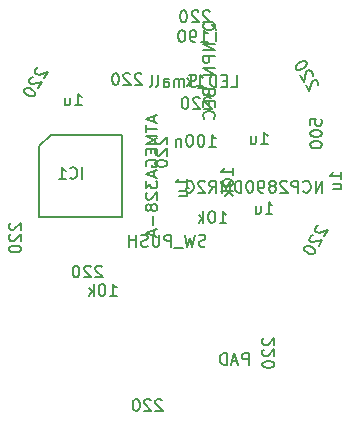
<source format=gbr>
G04 #@! TF.FileFunction,Other,Fab,Bot*
%FSLAX46Y46*%
G04 Gerber Fmt 4.6, Leading zero omitted, Abs format (unit mm)*
G04 Created by KiCad (PCBNEW 4.0.4+dfsg1-stable) date Fri Dec 23 11:26:22 2016*
%MOMM*%
%LPD*%
G01*
G04 APERTURE LIST*
%ADD10C,0.100000*%
%ADD11C,0.150000*%
G04 APERTURE END LIST*
D10*
D11*
X-11120000Y2817500D02*
X-11120000Y-3182500D01*
X-11120000Y-3182500D02*
X-4120000Y-3182500D01*
X-4120000Y-3182500D02*
X-4120000Y3817500D01*
X-4120000Y3817500D02*
X-10120000Y3817500D01*
X-10120000Y3817500D02*
X-11120000Y2817500D01*
X-1196601Y3559655D02*
X-1244220Y3512036D01*
X-1291839Y3416798D01*
X-1291839Y3178702D01*
X-1244220Y3083464D01*
X-1196601Y3035845D01*
X-1101363Y2988226D01*
X-1006125Y2988226D01*
X-863268Y3035845D01*
X-291839Y3607274D01*
X-291839Y2988226D01*
X-1196601Y2607274D02*
X-1244220Y2559655D01*
X-1291839Y2464417D01*
X-1291839Y2226321D01*
X-1244220Y2131083D01*
X-1196601Y2083464D01*
X-1101363Y2035845D01*
X-1006125Y2035845D01*
X-863268Y2083464D01*
X-291839Y2654893D01*
X-291839Y2035845D01*
X-1291839Y1416798D02*
X-1291839Y1321559D01*
X-1244220Y1226321D01*
X-1196601Y1178702D01*
X-1101363Y1131083D01*
X-910887Y1083464D01*
X-672791Y1083464D01*
X-482315Y1131083D01*
X-387077Y1178702D01*
X-339458Y1226321D01*
X-291839Y1321559D01*
X-291839Y1416798D01*
X-339458Y1512036D01*
X-387077Y1559655D01*
X-482315Y1607274D01*
X-672791Y1654893D01*
X-910887Y1654893D01*
X-1101363Y1607274D01*
X-1196601Y1559655D01*
X-1244220Y1512036D01*
X-1291839Y1416798D01*
X-1403333Y5365119D02*
X-1403333Y4888928D01*
X-1117619Y5460357D02*
X-2117619Y5127024D01*
X-1117619Y4793690D01*
X-2117619Y4603214D02*
X-2117619Y4031785D01*
X-1117619Y4317500D02*
X-2117619Y4317500D01*
X-1117619Y3698452D02*
X-2117619Y3698452D01*
X-1403333Y3365118D01*
X-2117619Y3031785D01*
X-1117619Y3031785D01*
X-1641429Y2555595D02*
X-1641429Y2222261D01*
X-1117619Y2079404D02*
X-1117619Y2555595D01*
X-2117619Y2555595D01*
X-2117619Y2079404D01*
X-2070000Y1127023D02*
X-2117619Y1222261D01*
X-2117619Y1365118D01*
X-2070000Y1507976D01*
X-1974762Y1603214D01*
X-1879524Y1650833D01*
X-1689048Y1698452D01*
X-1546190Y1698452D01*
X-1355714Y1650833D01*
X-1260476Y1603214D01*
X-1165238Y1507976D01*
X-1117619Y1365118D01*
X-1117619Y1269880D01*
X-1165238Y1127023D01*
X-1212857Y1079404D01*
X-1546190Y1079404D01*
X-1546190Y1269880D01*
X-1403333Y698452D02*
X-1403333Y222261D01*
X-1117619Y793690D02*
X-2117619Y460357D01*
X-1117619Y127023D01*
X-2117619Y-111072D02*
X-2117619Y-730120D01*
X-1736667Y-396786D01*
X-1736667Y-539644D01*
X-1689048Y-634882D01*
X-1641429Y-682501D01*
X-1546190Y-730120D01*
X-1308095Y-730120D01*
X-1212857Y-682501D01*
X-1165238Y-634882D01*
X-1117619Y-539644D01*
X-1117619Y-253929D01*
X-1165238Y-158691D01*
X-1212857Y-111072D01*
X-2022381Y-1111072D02*
X-2070000Y-1158691D01*
X-2117619Y-1253929D01*
X-2117619Y-1492025D01*
X-2070000Y-1587263D01*
X-2022381Y-1634882D01*
X-1927143Y-1682501D01*
X-1831905Y-1682501D01*
X-1689048Y-1634882D01*
X-1117619Y-1063453D01*
X-1117619Y-1682501D01*
X-1689048Y-2253929D02*
X-1736667Y-2158691D01*
X-1784286Y-2111072D01*
X-1879524Y-2063453D01*
X-1927143Y-2063453D01*
X-2022381Y-2111072D01*
X-2070000Y-2158691D01*
X-2117619Y-2253929D01*
X-2117619Y-2444406D01*
X-2070000Y-2539644D01*
X-2022381Y-2587263D01*
X-1927143Y-2634882D01*
X-1879524Y-2634882D01*
X-1784286Y-2587263D01*
X-1736667Y-2539644D01*
X-1689048Y-2444406D01*
X-1689048Y-2253929D01*
X-1641429Y-2158691D01*
X-1593810Y-2111072D01*
X-1498571Y-2063453D01*
X-1308095Y-2063453D01*
X-1212857Y-2111072D01*
X-1165238Y-2158691D01*
X-1117619Y-2253929D01*
X-1117619Y-2444406D01*
X-1165238Y-2539644D01*
X-1212857Y-2587263D01*
X-1308095Y-2634882D01*
X-1498571Y-2634882D01*
X-1593810Y-2587263D01*
X-1641429Y-2539644D01*
X-1689048Y-2444406D01*
X-1498571Y-3063453D02*
X-1498571Y-3825358D01*
X-1403333Y-4253929D02*
X-1403333Y-4730120D01*
X-1117619Y-4158691D02*
X-2117619Y-4492024D01*
X-1117619Y-4825358D01*
X-7469310Y55619D02*
X-7469310Y1055619D01*
X-8516929Y150857D02*
X-8469310Y103238D01*
X-8326453Y55619D01*
X-8231215Y55619D01*
X-8088357Y103238D01*
X-7993119Y198476D01*
X-7945500Y293714D01*
X-7897881Y484190D01*
X-7897881Y627048D01*
X-7945500Y817524D01*
X-7993119Y912762D01*
X-8088357Y1008000D01*
X-8231215Y1055619D01*
X-8326453Y1055619D01*
X-8469310Y1008000D01*
X-8516929Y960381D01*
X-9469310Y55619D02*
X-8897881Y55619D01*
X-9183595Y55619D02*
X-9183595Y1055619D01*
X-9088357Y912762D01*
X-8993119Y817524D01*
X-8897881Y769905D01*
X3849619Y12651952D02*
X3802000Y12747190D01*
X3706762Y12842428D01*
X3563905Y12985285D01*
X3516286Y13080524D01*
X3516286Y13175762D01*
X3754381Y13128143D02*
X3706762Y13223381D01*
X3611524Y13318619D01*
X3421048Y13366238D01*
X3087714Y13366238D01*
X2897238Y13318619D01*
X2802000Y13223381D01*
X2754381Y13128143D01*
X2754381Y12937666D01*
X2802000Y12842428D01*
X2897238Y12747190D01*
X3087714Y12699571D01*
X3421048Y12699571D01*
X3611524Y12747190D01*
X3706762Y12842428D01*
X3754381Y12937666D01*
X3754381Y13128143D01*
X3849619Y12509095D02*
X3849619Y11747190D01*
X3754381Y11509095D02*
X2754381Y11509095D01*
X3754381Y10937666D01*
X2754381Y10937666D01*
X3754381Y10461476D02*
X2754381Y10461476D01*
X2754381Y10080523D01*
X2802000Y9985285D01*
X2849619Y9937666D01*
X2944857Y9890047D01*
X3087714Y9890047D01*
X3182952Y9937666D01*
X3230571Y9985285D01*
X3278190Y10080523D01*
X3278190Y10461476D01*
X3754381Y9461476D02*
X2754381Y9461476D01*
X3754381Y8890047D01*
X2754381Y8890047D01*
X3849619Y8651952D02*
X3849619Y7890047D01*
X3230571Y7318618D02*
X3278190Y7175761D01*
X3325810Y7128142D01*
X3421048Y7080523D01*
X3563905Y7080523D01*
X3659143Y7128142D01*
X3706762Y7175761D01*
X3754381Y7270999D01*
X3754381Y7651952D01*
X2754381Y7651952D01*
X2754381Y7318618D01*
X2802000Y7223380D01*
X2849619Y7175761D01*
X2944857Y7128142D01*
X3040095Y7128142D01*
X3135333Y7175761D01*
X3182952Y7223380D01*
X3230571Y7318618D01*
X3230571Y7651952D01*
X3230571Y6651952D02*
X3230571Y6318618D01*
X3754381Y6175761D02*
X3754381Y6651952D01*
X2754381Y6651952D01*
X2754381Y6175761D01*
X3659143Y5175761D02*
X3706762Y5223380D01*
X3754381Y5366237D01*
X3754381Y5461475D01*
X3706762Y5604333D01*
X3611524Y5699571D01*
X3516286Y5747190D01*
X3325810Y5794809D01*
X3182952Y5794809D01*
X2992476Y5747190D01*
X2897238Y5699571D01*
X2802000Y5604333D01*
X2754381Y5461475D01*
X2754381Y5366237D01*
X2802000Y5223380D01*
X2849619Y5175761D01*
X12845015Y-1092461D02*
X12845015Y-92461D01*
X12273586Y-1092461D01*
X12273586Y-92461D01*
X11225967Y-997223D02*
X11273586Y-1044842D01*
X11416443Y-1092461D01*
X11511681Y-1092461D01*
X11654539Y-1044842D01*
X11749777Y-949604D01*
X11797396Y-854366D01*
X11845015Y-663890D01*
X11845015Y-521032D01*
X11797396Y-330556D01*
X11749777Y-235318D01*
X11654539Y-140080D01*
X11511681Y-92461D01*
X11416443Y-92461D01*
X11273586Y-140080D01*
X11225967Y-187699D01*
X10797396Y-1092461D02*
X10797396Y-92461D01*
X10416443Y-92461D01*
X10321205Y-140080D01*
X10273586Y-187699D01*
X10225967Y-282937D01*
X10225967Y-425794D01*
X10273586Y-521032D01*
X10321205Y-568651D01*
X10416443Y-616270D01*
X10797396Y-616270D01*
X9845015Y-187699D02*
X9797396Y-140080D01*
X9702158Y-92461D01*
X9464062Y-92461D01*
X9368824Y-140080D01*
X9321205Y-187699D01*
X9273586Y-282937D01*
X9273586Y-378175D01*
X9321205Y-521032D01*
X9892634Y-1092461D01*
X9273586Y-1092461D01*
X8702158Y-521032D02*
X8797396Y-473413D01*
X8845015Y-425794D01*
X8892634Y-330556D01*
X8892634Y-282937D01*
X8845015Y-187699D01*
X8797396Y-140080D01*
X8702158Y-92461D01*
X8511681Y-92461D01*
X8416443Y-140080D01*
X8368824Y-187699D01*
X8321205Y-282937D01*
X8321205Y-330556D01*
X8368824Y-425794D01*
X8416443Y-473413D01*
X8511681Y-521032D01*
X8702158Y-521032D01*
X8797396Y-568651D01*
X8845015Y-616270D01*
X8892634Y-711509D01*
X8892634Y-901985D01*
X8845015Y-997223D01*
X8797396Y-1044842D01*
X8702158Y-1092461D01*
X8511681Y-1092461D01*
X8416443Y-1044842D01*
X8368824Y-997223D01*
X8321205Y-901985D01*
X8321205Y-711509D01*
X8368824Y-616270D01*
X8416443Y-568651D01*
X8511681Y-521032D01*
X7845015Y-1092461D02*
X7654539Y-1092461D01*
X7559300Y-1044842D01*
X7511681Y-997223D01*
X7416443Y-854366D01*
X7368824Y-663890D01*
X7368824Y-282937D01*
X7416443Y-187699D01*
X7464062Y-140080D01*
X7559300Y-92461D01*
X7749777Y-92461D01*
X7845015Y-140080D01*
X7892634Y-187699D01*
X7940253Y-282937D01*
X7940253Y-521032D01*
X7892634Y-616270D01*
X7845015Y-663890D01*
X7749777Y-711509D01*
X7559300Y-711509D01*
X7464062Y-663890D01*
X7416443Y-616270D01*
X7368824Y-521032D01*
X6749777Y-92461D02*
X6654538Y-92461D01*
X6559300Y-140080D01*
X6511681Y-187699D01*
X6464062Y-282937D01*
X6416443Y-473413D01*
X6416443Y-711509D01*
X6464062Y-901985D01*
X6511681Y-997223D01*
X6559300Y-1044842D01*
X6654538Y-1092461D01*
X6749777Y-1092461D01*
X6845015Y-1044842D01*
X6892634Y-997223D01*
X6940253Y-901985D01*
X6987872Y-711509D01*
X6987872Y-473413D01*
X6940253Y-282937D01*
X6892634Y-187699D01*
X6845015Y-140080D01*
X6749777Y-92461D01*
X5987872Y-1092461D02*
X5987872Y-92461D01*
X5749777Y-92461D01*
X5606919Y-140080D01*
X5511681Y-235318D01*
X5464062Y-330556D01*
X5416443Y-521032D01*
X5416443Y-663890D01*
X5464062Y-854366D01*
X5511681Y-949604D01*
X5606919Y-1044842D01*
X5749777Y-1092461D01*
X5987872Y-1092461D01*
X4987872Y-1092461D02*
X4987872Y-92461D01*
X4654538Y-806747D01*
X4321205Y-92461D01*
X4321205Y-1092461D01*
X3273586Y-1092461D02*
X3606920Y-616270D01*
X3845015Y-1092461D02*
X3845015Y-92461D01*
X3464062Y-92461D01*
X3368824Y-140080D01*
X3321205Y-187699D01*
X3273586Y-282937D01*
X3273586Y-425794D01*
X3321205Y-521032D01*
X3368824Y-568651D01*
X3464062Y-616270D01*
X3845015Y-616270D01*
X2892634Y-187699D02*
X2845015Y-140080D01*
X2749777Y-92461D01*
X2511681Y-92461D01*
X2416443Y-140080D01*
X2368824Y-187699D01*
X2321205Y-282937D01*
X2321205Y-378175D01*
X2368824Y-521032D01*
X2940253Y-1092461D01*
X2321205Y-1092461D01*
X1368824Y-140080D02*
X1464062Y-92461D01*
X1606919Y-92461D01*
X1749777Y-140080D01*
X1845015Y-235318D01*
X1892634Y-330556D01*
X1940253Y-521032D01*
X1940253Y-663890D01*
X1892634Y-854366D01*
X1845015Y-949604D01*
X1749777Y-1044842D01*
X1606919Y-1092461D01*
X1511681Y-1092461D01*
X1368824Y-1044842D01*
X1321205Y-997223D01*
X1321205Y-663890D01*
X1511681Y-663890D01*
X14447781Y39666D02*
X14447781Y611095D01*
X14447781Y325381D02*
X13447781Y325381D01*
X13590638Y420619D01*
X13685876Y515857D01*
X13733495Y611095D01*
X13781114Y-817477D02*
X14447781Y-817477D01*
X13781114Y-388905D02*
X14304924Y-388905D01*
X14400162Y-436524D01*
X14447781Y-531762D01*
X14447781Y-674620D01*
X14400162Y-769858D01*
X14352543Y-817477D01*
X3229787Y2803899D02*
X3801216Y2803899D01*
X3515502Y2803899D02*
X3515502Y3803899D01*
X3610740Y3661042D01*
X3705978Y3565804D01*
X3801216Y3518185D01*
X2610740Y3803899D02*
X2515501Y3803899D01*
X2420263Y3756280D01*
X2372644Y3708661D01*
X2325025Y3613423D01*
X2277406Y3422947D01*
X2277406Y3184851D01*
X2325025Y2994375D01*
X2372644Y2899137D01*
X2420263Y2851518D01*
X2515501Y2803899D01*
X2610740Y2803899D01*
X2705978Y2851518D01*
X2753597Y2899137D01*
X2801216Y2994375D01*
X2848835Y3184851D01*
X2848835Y3422947D01*
X2801216Y3613423D01*
X2753597Y3708661D01*
X2705978Y3756280D01*
X2610740Y3803899D01*
X1658359Y3803899D02*
X1563120Y3803899D01*
X1467882Y3756280D01*
X1420263Y3708661D01*
X1372644Y3613423D01*
X1325025Y3422947D01*
X1325025Y3184851D01*
X1372644Y2994375D01*
X1420263Y2899137D01*
X1467882Y2851518D01*
X1563120Y2803899D01*
X1658359Y2803899D01*
X1753597Y2851518D01*
X1801216Y2899137D01*
X1848835Y2994375D01*
X1896454Y3184851D01*
X1896454Y3422947D01*
X1848835Y3613423D01*
X1801216Y3708661D01*
X1753597Y3756280D01*
X1658359Y3803899D01*
X896454Y3470566D02*
X896454Y2803899D01*
X896454Y3375328D02*
X848835Y3422947D01*
X753597Y3470566D01*
X610739Y3470566D01*
X515501Y3422947D01*
X467882Y3327709D01*
X467882Y2803899D01*
X8040666Y-2870381D02*
X8612095Y-2870381D01*
X8326381Y-2870381D02*
X8326381Y-1870381D01*
X8421619Y-2013238D01*
X8516857Y-2108476D01*
X8612095Y-2156095D01*
X7183523Y-2203714D02*
X7183523Y-2870381D01*
X7612095Y-2203714D02*
X7612095Y-2727524D01*
X7564476Y-2822762D01*
X7469238Y-2870381D01*
X7326380Y-2870381D01*
X7231142Y-2822762D01*
X7183523Y-2775143D01*
X7636806Y3014719D02*
X8208235Y3014719D01*
X7922521Y3014719D02*
X7922521Y4014719D01*
X8017759Y3871862D01*
X8112997Y3776624D01*
X8208235Y3729005D01*
X6779663Y3681386D02*
X6779663Y3014719D01*
X7208235Y3681386D02*
X7208235Y3157576D01*
X7160616Y3062338D01*
X7065378Y3014719D01*
X6922520Y3014719D01*
X6827282Y3062338D01*
X6779663Y3109957D01*
X-8121354Y6283699D02*
X-7549925Y6283699D01*
X-7835639Y6283699D02*
X-7835639Y7283699D01*
X-7740401Y7140842D01*
X-7645163Y7045604D01*
X-7549925Y6997985D01*
X-8978497Y6950366D02*
X-8978497Y6283699D01*
X-8549925Y6950366D02*
X-8549925Y6426556D01*
X-8597544Y6331318D01*
X-8692782Y6283699D01*
X-8835640Y6283699D01*
X-8930878Y6331318D01*
X-8978497Y6378937D01*
X2168827Y7904219D02*
X2740256Y7904219D01*
X2454542Y7904219D02*
X2454542Y8904219D01*
X2549780Y8761362D01*
X2645018Y8666124D01*
X2740256Y8618505D01*
X1740256Y7904219D02*
X1740256Y8904219D01*
X1645018Y8285171D02*
X1359303Y7904219D01*
X1359303Y8570886D02*
X1740256Y8189933D01*
X3409795Y6898901D02*
X3362176Y6946520D01*
X3266938Y6994139D01*
X3028842Y6994139D01*
X2933604Y6946520D01*
X2885985Y6898901D01*
X2838366Y6803663D01*
X2838366Y6708425D01*
X2885985Y6565568D01*
X3457414Y5994139D01*
X2838366Y5994139D01*
X2457414Y6898901D02*
X2409795Y6946520D01*
X2314557Y6994139D01*
X2076461Y6994139D01*
X1981223Y6946520D01*
X1933604Y6898901D01*
X1885985Y6803663D01*
X1885985Y6708425D01*
X1933604Y6565568D01*
X2505033Y5994139D01*
X1885985Y5994139D01*
X1266938Y6994139D02*
X1171699Y6994139D01*
X1076461Y6946520D01*
X1028842Y6898901D01*
X981223Y6803663D01*
X933604Y6613187D01*
X933604Y6375091D01*
X981223Y6184615D01*
X1028842Y6089377D01*
X1076461Y6041758D01*
X1171699Y5994139D01*
X1266938Y5994139D01*
X1362176Y6041758D01*
X1409795Y6089377D01*
X1457414Y6184615D01*
X1505033Y6375091D01*
X1505033Y6613187D01*
X1457414Y6803663D01*
X1409795Y6898901D01*
X1362176Y6946520D01*
X1266938Y6994139D01*
X2553886Y11663419D02*
X3125315Y11663419D01*
X2839601Y11663419D02*
X2839601Y12663419D01*
X2934839Y12520562D01*
X3030077Y12425324D01*
X3125315Y12377705D01*
X2077696Y11663419D02*
X1887220Y11663419D01*
X1791981Y11711038D01*
X1744362Y11758657D01*
X1649124Y11901514D01*
X1601505Y12091990D01*
X1601505Y12472943D01*
X1649124Y12568181D01*
X1696743Y12615800D01*
X1791981Y12663419D01*
X1982458Y12663419D01*
X2077696Y12615800D01*
X2125315Y12568181D01*
X2172934Y12472943D01*
X2172934Y12234848D01*
X2125315Y12139610D01*
X2077696Y12091990D01*
X1982458Y12044371D01*
X1791981Y12044371D01*
X1696743Y12091990D01*
X1649124Y12139610D01*
X1601505Y12234848D01*
X982458Y12663419D02*
X887219Y12663419D01*
X791981Y12615800D01*
X744362Y12568181D01*
X696743Y12472943D01*
X649124Y12282467D01*
X649124Y12044371D01*
X696743Y11853895D01*
X744362Y11758657D01*
X791981Y11711038D01*
X887219Y11663419D01*
X982458Y11663419D01*
X1077696Y11711038D01*
X1125315Y11758657D01*
X1172934Y11853895D01*
X1220553Y12044371D01*
X1220553Y12282467D01*
X1172934Y12472943D01*
X1125315Y12568181D01*
X1077696Y12615800D01*
X982458Y12663419D01*
X11812021Y4628425D02*
X11812021Y5104616D01*
X12288211Y5152235D01*
X12240592Y5104616D01*
X12192973Y5009378D01*
X12192973Y4771282D01*
X12240592Y4676044D01*
X12288211Y4628425D01*
X12383450Y4580806D01*
X12621545Y4580806D01*
X12716783Y4628425D01*
X12764402Y4676044D01*
X12812021Y4771282D01*
X12812021Y5009378D01*
X12764402Y5104616D01*
X12716783Y5152235D01*
X11812021Y3961759D02*
X11812021Y3866520D01*
X11859640Y3771282D01*
X11907259Y3723663D01*
X12002497Y3676044D01*
X12192973Y3628425D01*
X12431069Y3628425D01*
X12621545Y3676044D01*
X12716783Y3723663D01*
X12764402Y3771282D01*
X12812021Y3866520D01*
X12812021Y3961759D01*
X12764402Y4056997D01*
X12716783Y4104616D01*
X12621545Y4152235D01*
X12431069Y4199854D01*
X12192973Y4199854D01*
X12002497Y4152235D01*
X11907259Y4104616D01*
X11859640Y4056997D01*
X11812021Y3961759D01*
X11812021Y3009378D02*
X11812021Y2914139D01*
X11859640Y2818901D01*
X11907259Y2771282D01*
X12002497Y2723663D01*
X12192973Y2676044D01*
X12431069Y2676044D01*
X12621545Y2723663D01*
X12716783Y2771282D01*
X12764402Y2818901D01*
X12812021Y2914139D01*
X12812021Y3009378D01*
X12764402Y3104616D01*
X12716783Y3152235D01*
X12621545Y3199854D01*
X12431069Y3247473D01*
X12192973Y3247473D01*
X12002497Y3199854D01*
X11907259Y3152235D01*
X11859640Y3104616D01*
X11812021Y3009378D01*
X3287875Y14234421D02*
X3240256Y14282040D01*
X3145018Y14329659D01*
X2906922Y14329659D01*
X2811684Y14282040D01*
X2764065Y14234421D01*
X2716446Y14139183D01*
X2716446Y14043945D01*
X2764065Y13901088D01*
X3335494Y13329659D01*
X2716446Y13329659D01*
X2335494Y14234421D02*
X2287875Y14282040D01*
X2192637Y14329659D01*
X1954541Y14329659D01*
X1859303Y14282040D01*
X1811684Y14234421D01*
X1764065Y14139183D01*
X1764065Y14043945D01*
X1811684Y13901088D01*
X2383113Y13329659D01*
X1764065Y13329659D01*
X1145018Y14329659D02*
X1049779Y14329659D01*
X954541Y14282040D01*
X906922Y14234421D01*
X859303Y14139183D01*
X811684Y13948707D01*
X811684Y13710611D01*
X859303Y13520135D01*
X906922Y13424897D01*
X954541Y13377278D01*
X1049779Y13329659D01*
X1145018Y13329659D01*
X1240256Y13377278D01*
X1287875Y13424897D01*
X1335494Y13520135D01*
X1383113Y13710611D01*
X1383113Y13948707D01*
X1335494Y14139183D01*
X1287875Y14234421D01*
X1240256Y14282040D01*
X1145018Y14329659D01*
X4153778Y-3662941D02*
X4725207Y-3662941D01*
X4439493Y-3662941D02*
X4439493Y-2662941D01*
X4534731Y-2805798D01*
X4629969Y-2901036D01*
X4725207Y-2948655D01*
X3534731Y-2662941D02*
X3439492Y-2662941D01*
X3344254Y-2710560D01*
X3296635Y-2758179D01*
X3249016Y-2853417D01*
X3201397Y-3043893D01*
X3201397Y-3281989D01*
X3249016Y-3472465D01*
X3296635Y-3567703D01*
X3344254Y-3615322D01*
X3439492Y-3662941D01*
X3534731Y-3662941D01*
X3629969Y-3615322D01*
X3677588Y-3567703D01*
X3725207Y-3472465D01*
X3772826Y-3281989D01*
X3772826Y-3043893D01*
X3725207Y-2853417D01*
X3677588Y-2758179D01*
X3629969Y-2710560D01*
X3534731Y-2662941D01*
X2772826Y-3662941D02*
X2772826Y-2662941D01*
X2677588Y-3281989D02*
X2391873Y-3662941D01*
X2391873Y-2996274D02*
X2772826Y-3377227D01*
X-11217966Y9515312D02*
X-11283015Y9497882D01*
X-11371873Y9439213D01*
X-11490921Y9233016D01*
X-11497301Y9126728D01*
X-11479871Y9061679D01*
X-11421202Y8972821D01*
X-11338723Y8925202D01*
X-11191196Y8895013D01*
X-10410610Y9104170D01*
X-10720134Y8568059D01*
X-11694156Y8690526D02*
X-11759205Y8673096D01*
X-11848063Y8614427D01*
X-11967111Y8408230D01*
X-11973491Y8301942D01*
X-11956061Y8236893D01*
X-11897392Y8148035D01*
X-11814914Y8100416D01*
X-11667387Y8070227D01*
X-10886800Y8279384D01*
X-11196324Y7743273D01*
X-12371873Y7707163D02*
X-12419492Y7624683D01*
X-12425872Y7518395D01*
X-12408442Y7453346D01*
X-12349773Y7364488D01*
X-12208626Y7228011D01*
X-12002429Y7108963D01*
X-11813662Y7054964D01*
X-11707374Y7048584D01*
X-11642325Y7066014D01*
X-11553467Y7124683D01*
X-11505848Y7207163D01*
X-11499468Y7313451D01*
X-11516898Y7378499D01*
X-11575567Y7467358D01*
X-11716714Y7603835D01*
X-11922911Y7722883D01*
X-12111678Y7776882D01*
X-12217966Y7783261D01*
X-12283015Y7765832D01*
X-12371873Y7707163D01*
X-13574021Y-3676805D02*
X-13621640Y-3724424D01*
X-13669259Y-3819662D01*
X-13669259Y-4057758D01*
X-13621640Y-4152996D01*
X-13574021Y-4200615D01*
X-13478783Y-4248234D01*
X-13383545Y-4248234D01*
X-13240688Y-4200615D01*
X-12669259Y-3629186D01*
X-12669259Y-4248234D01*
X-13574021Y-4629186D02*
X-13621640Y-4676805D01*
X-13669259Y-4772043D01*
X-13669259Y-5010139D01*
X-13621640Y-5105377D01*
X-13574021Y-5152996D01*
X-13478783Y-5200615D01*
X-13383545Y-5200615D01*
X-13240688Y-5152996D01*
X-12669259Y-4581567D01*
X-12669259Y-5200615D01*
X-13669259Y-5819662D02*
X-13669259Y-5914901D01*
X-13621640Y-6010139D01*
X-13574021Y-6057758D01*
X-13478783Y-6105377D01*
X-13288307Y-6152996D01*
X-13050211Y-6152996D01*
X-12859735Y-6105377D01*
X-12764497Y-6057758D01*
X-12716878Y-6010139D01*
X-12669259Y-5914901D01*
X-12669259Y-5819662D01*
X-12716878Y-5724424D01*
X-12764497Y-5676805D01*
X-12859735Y-5629186D01*
X-13050211Y-5581567D01*
X-13288307Y-5581567D01*
X-13478783Y-5629186D01*
X-13574021Y-5676805D01*
X-13621640Y-5724424D01*
X-13669259Y-5819662D01*
X-5820565Y-7368279D02*
X-5868184Y-7320660D01*
X-5963422Y-7273041D01*
X-6201518Y-7273041D01*
X-6296756Y-7320660D01*
X-6344375Y-7368279D01*
X-6391994Y-7463517D01*
X-6391994Y-7558755D01*
X-6344375Y-7701612D01*
X-5772946Y-8273041D01*
X-6391994Y-8273041D01*
X-6772946Y-7368279D02*
X-6820565Y-7320660D01*
X-6915803Y-7273041D01*
X-7153899Y-7273041D01*
X-7249137Y-7320660D01*
X-7296756Y-7368279D01*
X-7344375Y-7463517D01*
X-7344375Y-7558755D01*
X-7296756Y-7701612D01*
X-6725327Y-8273041D01*
X-7344375Y-8273041D01*
X-7963422Y-7273041D02*
X-8058661Y-7273041D01*
X-8153899Y-7320660D01*
X-8201518Y-7368279D01*
X-8249137Y-7463517D01*
X-8296756Y-7653993D01*
X-8296756Y-7892089D01*
X-8249137Y-8082565D01*
X-8201518Y-8177803D01*
X-8153899Y-8225422D01*
X-8058661Y-8273041D01*
X-7963422Y-8273041D01*
X-7868184Y-8225422D01*
X-7820565Y-8177803D01*
X-7772946Y-8082565D01*
X-7725327Y-7892089D01*
X-7725327Y-7653993D01*
X-7772946Y-7463517D01*
X-7820565Y-7368279D01*
X-7868184Y-7320660D01*
X-7963422Y-7273041D01*
X-735485Y-18683979D02*
X-783104Y-18636360D01*
X-878342Y-18588741D01*
X-1116438Y-18588741D01*
X-1211676Y-18636360D01*
X-1259295Y-18683979D01*
X-1306914Y-18779217D01*
X-1306914Y-18874455D01*
X-1259295Y-19017312D01*
X-687866Y-19588741D01*
X-1306914Y-19588741D01*
X-1687866Y-18683979D02*
X-1735485Y-18636360D01*
X-1830723Y-18588741D01*
X-2068819Y-18588741D01*
X-2164057Y-18636360D01*
X-2211676Y-18683979D01*
X-2259295Y-18779217D01*
X-2259295Y-18874455D01*
X-2211676Y-19017312D01*
X-1640247Y-19588741D01*
X-2259295Y-19588741D01*
X-2878342Y-18588741D02*
X-2973581Y-18588741D01*
X-3068819Y-18636360D01*
X-3116438Y-18683979D01*
X-3164057Y-18779217D01*
X-3211676Y-18969693D01*
X-3211676Y-19207789D01*
X-3164057Y-19398265D01*
X-3116438Y-19493503D01*
X-3068819Y-19541122D01*
X-2973581Y-19588741D01*
X-2878342Y-19588741D01*
X-2783104Y-19541122D01*
X-2735485Y-19493503D01*
X-2687866Y-19398265D01*
X-2640247Y-19207789D01*
X-2640247Y-18969693D01*
X-2687866Y-18779217D01*
X-2735485Y-18683979D01*
X-2783104Y-18636360D01*
X-2878342Y-18588741D01*
X5296161Y402198D02*
X5296161Y973627D01*
X5296161Y687913D02*
X4296161Y687913D01*
X4439018Y783151D01*
X4534256Y878389D01*
X4581875Y973627D01*
X4296161Y-216849D02*
X4296161Y-312088D01*
X4343780Y-407326D01*
X4391399Y-454945D01*
X4486637Y-502564D01*
X4677113Y-550183D01*
X4915209Y-550183D01*
X5105685Y-502564D01*
X5200923Y-454945D01*
X5248542Y-407326D01*
X5296161Y-312088D01*
X5296161Y-216849D01*
X5248542Y-121611D01*
X5200923Y-73992D01*
X5105685Y-26373D01*
X4915209Y21246D01*
X4677113Y21246D01*
X4486637Y-26373D01*
X4391399Y-73992D01*
X4343780Y-121611D01*
X4296161Y-216849D01*
X5296161Y-978754D02*
X4296161Y-978754D01*
X4915209Y-1073992D02*
X5296161Y-1359707D01*
X4629494Y-1359707D02*
X5010447Y-978754D01*
X-5150242Y-9837681D02*
X-4578813Y-9837681D01*
X-4864527Y-9837681D02*
X-4864527Y-8837681D01*
X-4769289Y-8980538D01*
X-4674051Y-9075776D01*
X-4578813Y-9123395D01*
X-5769289Y-8837681D02*
X-5864528Y-8837681D01*
X-5959766Y-8885300D01*
X-6007385Y-8932919D01*
X-6055004Y-9028157D01*
X-6102623Y-9218633D01*
X-6102623Y-9456729D01*
X-6055004Y-9647205D01*
X-6007385Y-9742443D01*
X-5959766Y-9790062D01*
X-5864528Y-9837681D01*
X-5769289Y-9837681D01*
X-5674051Y-9790062D01*
X-5626432Y-9742443D01*
X-5578813Y-9647205D01*
X-5531194Y-9456729D01*
X-5531194Y-9218633D01*
X-5578813Y-9028157D01*
X-5626432Y-8932919D01*
X-5674051Y-8885300D01*
X-5769289Y-8837681D01*
X-6531194Y-9837681D02*
X-6531194Y-8837681D01*
X-6626432Y-9456729D02*
X-6912147Y-9837681D01*
X-6912147Y-9171014D02*
X-6531194Y-9551967D01*
X12508174Y-3857788D02*
X12443125Y-3875218D01*
X12354267Y-3933887D01*
X12235219Y-4140084D01*
X12228839Y-4246372D01*
X12246269Y-4311421D01*
X12304938Y-4400279D01*
X12387417Y-4447898D01*
X12534944Y-4478087D01*
X13315530Y-4268930D01*
X13006006Y-4805041D01*
X12031984Y-4682574D02*
X11966935Y-4700004D01*
X11878077Y-4758673D01*
X11759029Y-4964870D01*
X11752649Y-5071158D01*
X11770079Y-5136207D01*
X11828748Y-5225065D01*
X11911226Y-5272684D01*
X12058753Y-5302873D01*
X12839340Y-5093716D01*
X12529816Y-5629827D01*
X11354267Y-5665937D02*
X11306648Y-5748417D01*
X11300268Y-5854705D01*
X11317698Y-5919754D01*
X11376367Y-6008612D01*
X11517514Y-6145089D01*
X11723711Y-6264137D01*
X11912478Y-6318136D01*
X12018766Y-6324516D01*
X12083815Y-6307086D01*
X12172673Y-6248417D01*
X12220292Y-6165937D01*
X12226672Y-6059649D01*
X12209242Y-5994601D01*
X12150573Y-5905742D01*
X12009426Y-5769265D01*
X11803229Y-5650217D01*
X11614462Y-5596218D01*
X11508174Y-5589839D01*
X11443125Y-5607268D01*
X11354267Y-5665937D01*
X12491621Y7980469D02*
X12509051Y8045518D01*
X12502671Y8151806D01*
X12383623Y8358003D01*
X12294765Y8416672D01*
X12229716Y8434102D01*
X12123428Y8427722D01*
X12040949Y8380103D01*
X11941041Y8267435D01*
X11731884Y7486849D01*
X11422360Y8022960D01*
X12015430Y8805255D02*
X12032860Y8870304D01*
X12026480Y8976592D01*
X11907432Y9182789D01*
X11818574Y9241458D01*
X11753525Y9258888D01*
X11647237Y9252508D01*
X11564759Y9204889D01*
X11464851Y9092221D01*
X11255693Y8311635D01*
X10946169Y8847746D01*
X11502671Y9883856D02*
X11455051Y9966336D01*
X11366193Y10025005D01*
X11301144Y10042435D01*
X11194856Y10036055D01*
X11006090Y9982056D01*
X10799893Y9863008D01*
X10658745Y9726531D01*
X10600076Y9637673D01*
X10582646Y9572624D01*
X10589026Y9466336D01*
X10636646Y9383856D01*
X10725504Y9325187D01*
X10790553Y9307758D01*
X10896841Y9314137D01*
X11085607Y9368136D01*
X11291804Y9487184D01*
X11432952Y9623661D01*
X11491621Y9712520D01*
X11509051Y9777568D01*
X11502671Y9883856D01*
X7866119Y-13443105D02*
X7818500Y-13490724D01*
X7770881Y-13585962D01*
X7770881Y-13824058D01*
X7818500Y-13919296D01*
X7866119Y-13966915D01*
X7961357Y-14014534D01*
X8056595Y-14014534D01*
X8199452Y-13966915D01*
X8770881Y-13395486D01*
X8770881Y-14014534D01*
X7866119Y-14395486D02*
X7818500Y-14443105D01*
X7770881Y-14538343D01*
X7770881Y-14776439D01*
X7818500Y-14871677D01*
X7866119Y-14919296D01*
X7961357Y-14966915D01*
X8056595Y-14966915D01*
X8199452Y-14919296D01*
X8770881Y-14347867D01*
X8770881Y-14966915D01*
X7770881Y-15585962D02*
X7770881Y-15681201D01*
X7818500Y-15776439D01*
X7866119Y-15824058D01*
X7961357Y-15871677D01*
X8151833Y-15919296D01*
X8389929Y-15919296D01*
X8580405Y-15871677D01*
X8675643Y-15824058D01*
X8723262Y-15776439D01*
X8770881Y-15681201D01*
X8770881Y-15585962D01*
X8723262Y-15490724D01*
X8675643Y-15443105D01*
X8580405Y-15395486D01*
X8389929Y-15347867D01*
X8151833Y-15347867D01*
X7961357Y-15395486D01*
X7866119Y-15443105D01*
X7818500Y-15490724D01*
X7770881Y-15585962D01*
X-2483005Y8935981D02*
X-2530624Y8983600D01*
X-2625862Y9031219D01*
X-2863958Y9031219D01*
X-2959196Y8983600D01*
X-3006815Y8935981D01*
X-3054434Y8840743D01*
X-3054434Y8745505D01*
X-3006815Y8602648D01*
X-2435386Y8031219D01*
X-3054434Y8031219D01*
X-3435386Y8935981D02*
X-3483005Y8983600D01*
X-3578243Y9031219D01*
X-3816339Y9031219D01*
X-3911577Y8983600D01*
X-3959196Y8935981D01*
X-4006815Y8840743D01*
X-4006815Y8745505D01*
X-3959196Y8602648D01*
X-3387767Y8031219D01*
X-4006815Y8031219D01*
X-4625862Y9031219D02*
X-4721101Y9031219D01*
X-4816339Y8983600D01*
X-4863958Y8935981D01*
X-4911577Y8840743D01*
X-4959196Y8650267D01*
X-4959196Y8412171D01*
X-4911577Y8221695D01*
X-4863958Y8126457D01*
X-4816339Y8078838D01*
X-4721101Y8031219D01*
X-4625862Y8031219D01*
X-4530624Y8078838D01*
X-4483005Y8126457D01*
X-4435386Y8221695D01*
X-4387767Y8412171D01*
X-4387767Y8650267D01*
X-4435386Y8840743D01*
X-4483005Y8935981D01*
X-4530624Y8983600D01*
X-4625862Y9031219D01*
X1412501Y-501354D02*
X1412501Y70075D01*
X1412501Y-215639D02*
X412501Y-215639D01*
X555358Y-120401D01*
X650596Y-25163D01*
X698215Y70075D01*
X745834Y-1358497D02*
X1412501Y-1358497D01*
X745834Y-929925D02*
X1269644Y-929925D01*
X1364882Y-977544D01*
X1412501Y-1072782D01*
X1412501Y-1215640D01*
X1364882Y-1310878D01*
X1317263Y-1358497D01*
X2944405Y-5611762D02*
X2801548Y-5659381D01*
X2563452Y-5659381D01*
X2468214Y-5611762D01*
X2420595Y-5564143D01*
X2372976Y-5468905D01*
X2372976Y-5373667D01*
X2420595Y-5278429D01*
X2468214Y-5230810D01*
X2563452Y-5183190D01*
X2753929Y-5135571D01*
X2849167Y-5087952D01*
X2896786Y-5040333D01*
X2944405Y-4945095D01*
X2944405Y-4849857D01*
X2896786Y-4754619D01*
X2849167Y-4707000D01*
X2753929Y-4659381D01*
X2515833Y-4659381D01*
X2372976Y-4707000D01*
X2039643Y-4659381D02*
X1801548Y-5659381D01*
X1611071Y-4945095D01*
X1420595Y-5659381D01*
X1182500Y-4659381D01*
X1039643Y-5754619D02*
X277738Y-5754619D01*
X39643Y-5659381D02*
X39643Y-4659381D01*
X-341310Y-4659381D01*
X-436548Y-4707000D01*
X-484167Y-4754619D01*
X-531786Y-4849857D01*
X-531786Y-4992714D01*
X-484167Y-5087952D01*
X-436548Y-5135571D01*
X-341310Y-5183190D01*
X39643Y-5183190D01*
X-960357Y-4659381D02*
X-960357Y-5468905D01*
X-1007976Y-5564143D01*
X-1055595Y-5611762D01*
X-1150833Y-5659381D01*
X-1341310Y-5659381D01*
X-1436548Y-5611762D01*
X-1484167Y-5564143D01*
X-1531786Y-5468905D01*
X-1531786Y-4659381D01*
X-1960357Y-5611762D02*
X-2103214Y-5659381D01*
X-2341310Y-5659381D01*
X-2436548Y-5611762D01*
X-2484167Y-5564143D01*
X-2531786Y-5468905D01*
X-2531786Y-5373667D01*
X-2484167Y-5278429D01*
X-2436548Y-5230810D01*
X-2341310Y-5183190D01*
X-2150833Y-5135571D01*
X-2055595Y-5087952D01*
X-2007976Y-5040333D01*
X-1960357Y-4945095D01*
X-1960357Y-4849857D01*
X-2007976Y-4754619D01*
X-2055595Y-4707000D01*
X-2150833Y-4659381D01*
X-2388929Y-4659381D01*
X-2531786Y-4707000D01*
X-2960357Y-5659381D02*
X-2960357Y-4659381D01*
X-2960357Y-5135571D02*
X-3531786Y-5135571D01*
X-3531786Y-5659381D02*
X-3531786Y-4659381D01*
X6593056Y-15677141D02*
X6593056Y-14677141D01*
X6212103Y-14677141D01*
X6116865Y-14724760D01*
X6069246Y-14772379D01*
X6021627Y-14867617D01*
X6021627Y-15010474D01*
X6069246Y-15105712D01*
X6116865Y-15153331D01*
X6212103Y-15200950D01*
X6593056Y-15200950D01*
X5640675Y-15391427D02*
X5164484Y-15391427D01*
X5735913Y-15677141D02*
X5402580Y-14677141D01*
X5069246Y-15677141D01*
X4735913Y-15677141D02*
X4735913Y-14677141D01*
X4497818Y-14677141D01*
X4354960Y-14724760D01*
X4259722Y-14819998D01*
X4212103Y-14915236D01*
X4164484Y-15105712D01*
X4164484Y-15248570D01*
X4212103Y-15439046D01*
X4259722Y-15534284D01*
X4354960Y-15629522D01*
X4497818Y-15677141D01*
X4735913Y-15677141D01*
X5111357Y7871119D02*
X5587548Y7871119D01*
X5587548Y8871119D01*
X4778024Y8394929D02*
X4444690Y8394929D01*
X4301833Y7871119D02*
X4778024Y7871119D01*
X4778024Y8871119D01*
X4301833Y8871119D01*
X3873262Y7871119D02*
X3873262Y8871119D01*
X3635167Y8871119D01*
X3492309Y8823500D01*
X3397071Y8728262D01*
X3349452Y8633024D01*
X3301833Y8442548D01*
X3301833Y8299690D01*
X3349452Y8109214D01*
X3397071Y8013976D01*
X3492309Y7918738D01*
X3635167Y7871119D01*
X3873262Y7871119D01*
X3111357Y7775881D02*
X2349452Y7775881D01*
X2158976Y7918738D02*
X2016119Y7871119D01*
X1778023Y7871119D01*
X1682785Y7918738D01*
X1635166Y7966357D01*
X1587547Y8061595D01*
X1587547Y8156833D01*
X1635166Y8252071D01*
X1682785Y8299690D01*
X1778023Y8347310D01*
X1968500Y8394929D01*
X2063738Y8442548D01*
X2111357Y8490167D01*
X2158976Y8585405D01*
X2158976Y8680643D01*
X2111357Y8775881D01*
X2063738Y8823500D01*
X1968500Y8871119D01*
X1730404Y8871119D01*
X1587547Y8823500D01*
X1158976Y7871119D02*
X1158976Y8537786D01*
X1158976Y8442548D02*
X1111357Y8490167D01*
X1016119Y8537786D01*
X873261Y8537786D01*
X778023Y8490167D01*
X730404Y8394929D01*
X730404Y7871119D01*
X730404Y8394929D02*
X682785Y8490167D01*
X587547Y8537786D01*
X444690Y8537786D01*
X349452Y8490167D01*
X301833Y8394929D01*
X301833Y7871119D01*
X-602929Y7871119D02*
X-602929Y8394929D01*
X-555310Y8490167D01*
X-460072Y8537786D01*
X-269595Y8537786D01*
X-174357Y8490167D01*
X-602929Y7918738D02*
X-507691Y7871119D01*
X-269595Y7871119D01*
X-174357Y7918738D01*
X-126738Y8013976D01*
X-126738Y8109214D01*
X-174357Y8204452D01*
X-269595Y8252071D01*
X-507691Y8252071D01*
X-602929Y8299690D01*
X-1221976Y7871119D02*
X-1126738Y7918738D01*
X-1079119Y8013976D01*
X-1079119Y8871119D01*
X-1745786Y7871119D02*
X-1650548Y7918738D01*
X-1602929Y8013976D01*
X-1602929Y8871119D01*
M02*

</source>
